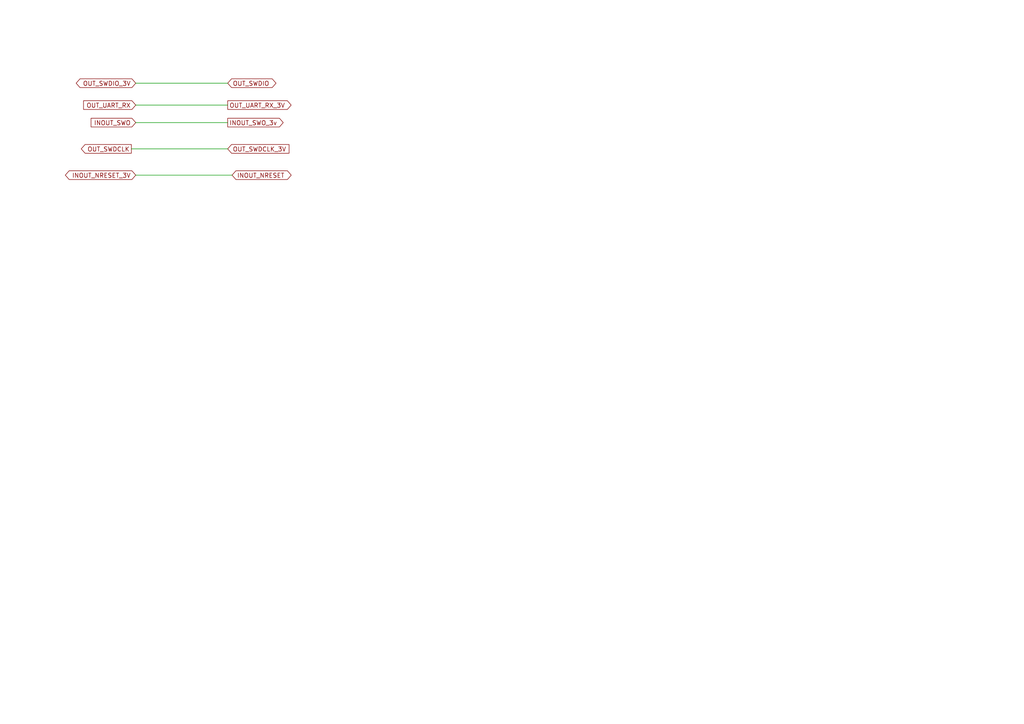
<source format=kicad_sch>
(kicad_sch
	(version 20231120)
	(generator "eeschema")
	(generator_version "8.0")
	(uuid "dc770d85-7d31-4557-a7d9-fde79ceecd68")
	(paper "A4")
	(title_block
		(title "Swindle CH32V303")
		(rev "H")
	)
	(lib_symbols)
	(wire
		(pts
			(xy 39.37 30.48) (xy 66.04 30.48)
		)
		(stroke
			(width 0)
			(type default)
		)
		(uuid "57ca1d26-c717-4b40-bdab-0811ef410817")
	)
	(wire
		(pts
			(xy 39.37 50.8) (xy 67.31 50.8)
		)
		(stroke
			(width 0)
			(type default)
		)
		(uuid "7a86763f-11cb-480f-8cf5-624bea3cdab1")
	)
	(wire
		(pts
			(xy 38.1 43.18) (xy 66.04 43.18)
		)
		(stroke
			(width 0)
			(type default)
		)
		(uuid "8d437970-43fb-4bd3-b5cd-3ed6a6636526")
	)
	(wire
		(pts
			(xy 39.37 35.56) (xy 66.04 35.56)
		)
		(stroke
			(width 0)
			(type default)
		)
		(uuid "e9c60ea3-dfdf-4594-9bed-b1a491a8c407")
	)
	(wire
		(pts
			(xy 39.37 24.13) (xy 66.04 24.13)
		)
		(stroke
			(width 0)
			(type default)
		)
		(uuid "eedbefc6-6d31-43de-b120-643869d14f9d")
	)
	(global_label "OUT_SWDCLK_3V"
		(shape input)
		(at 66.04 43.18 0)
		(fields_autoplaced yes)
		(effects
			(font
				(size 1.27 1.27)
			)
			(justify left)
		)
		(uuid "0e6a1a27-4fc5-46f1-aedb-1f82234d5c6d")
		(property "Intersheetrefs" "${INTERSHEET_REFS}"
			(at 84.3861 43.18 0)
			(effects
				(font
					(size 1.27 1.27)
				)
				(justify left)
				(hide yes)
			)
		)
	)
	(global_label "OUT_UART_RX_3V"
		(shape output)
		(at 66.04 30.48 0)
		(fields_autoplaced yes)
		(effects
			(font
				(size 1.27 1.27)
			)
			(justify left)
		)
		(uuid "11f7006e-06d7-4221-a316-69280026d099")
		(property "Intersheetrefs" "${INTERSHEET_REFS}"
			(at 84.9909 30.48 0)
			(effects
				(font
					(size 1.27 1.27)
				)
				(justify left)
				(hide yes)
			)
		)
	)
	(global_label "INOUT_NRESET"
		(shape bidirectional)
		(at 67.31 50.8 0)
		(fields_autoplaced yes)
		(effects
			(font
				(size 1.27 1.27)
			)
			(justify left)
		)
		(uuid "24193481-b262-4270-ac59-ed43229f6e10")
		(property "Intersheetrefs" "${INTERSHEET_REFS}"
			(at 83.3302 50.7206 0)
			(effects
				(font
					(size 1.27 1.27)
				)
				(justify left)
				(hide yes)
			)
		)
	)
	(global_label "OUT_UART_RX"
		(shape input)
		(at 39.37 30.48 180)
		(fields_autoplaced yes)
		(effects
			(font
				(size 1.27 1.27)
			)
			(justify right)
		)
		(uuid "2c1fb332-f7a3-412b-91b2-c8ca3e658e47")
		(property "Intersheetrefs" "${INTERSHEET_REFS}"
			(at 23.6848 30.48 0)
			(effects
				(font
					(size 1.27 1.27)
				)
				(justify right)
				(hide yes)
			)
		)
	)
	(global_label "INOUT_SWO"
		(shape input)
		(at 39.37 35.56 180)
		(fields_autoplaced yes)
		(effects
			(font
				(size 1.27 1.27)
			)
			(justify right)
		)
		(uuid "39c160d0-df06-4932-9c36-8b44c5a1ee02")
		(property "Intersheetrefs" "${INTERSHEET_REFS}"
			(at 25.8619 35.56 0)
			(effects
				(font
					(size 1.27 1.27)
				)
				(justify right)
				(hide yes)
			)
		)
	)
	(global_label "INOUT_NRESET_3V"
		(shape bidirectional)
		(at 39.37 50.8 180)
		(fields_autoplaced yes)
		(effects
			(font
				(size 1.27 1.27)
			)
			(justify right)
		)
		(uuid "6e252db0-784e-47c1-a655-fbced5409a17")
		(property "Intersheetrefs" "${INTERSHEET_REFS}"
			(at 18.4007 50.8 0)
			(effects
				(font
					(size 1.27 1.27)
				)
				(justify right)
				(hide yes)
			)
		)
	)
	(global_label "OUT_SWDIO_3V"
		(shape bidirectional)
		(at 39.37 24.13 180)
		(fields_autoplaced yes)
		(effects
			(font
				(size 1.27 1.27)
			)
			(justify right)
		)
		(uuid "81693336-72ab-4c3e-bf70-3df1419df273")
		(property "Intersheetrefs" "${INTERSHEET_REFS}"
			(at 21.5454 24.13 0)
			(effects
				(font
					(size 1.27 1.27)
				)
				(justify right)
				(hide yes)
			)
		)
	)
	(global_label "OUT_SWDIO"
		(shape bidirectional)
		(at 66.04 24.13 0)
		(fields_autoplaced yes)
		(effects
			(font
				(size 1.27 1.27)
			)
			(justify left)
		)
		(uuid "944fd483-ab10-421e-ab10-ad8c8a6e24d4")
		(property "Intersheetrefs" "${INTERSHEET_REFS}"
			(at 80.5989 24.13 0)
			(effects
				(font
					(size 1.27 1.27)
				)
				(justify left)
				(hide yes)
			)
		)
	)
	(global_label "INOUT_SWO_3v"
		(shape output)
		(at 66.04 35.56 0)
		(fields_autoplaced yes)
		(effects
			(font
				(size 1.27 1.27)
			)
			(justify left)
		)
		(uuid "9c309a36-56f2-4ea5-8e97-cd337839eb52")
		(property "Intersheetrefs" "${INTERSHEET_REFS}"
			(at 82.6928 35.56 0)
			(effects
				(font
					(size 1.27 1.27)
				)
				(justify left)
				(hide yes)
			)
		)
	)
	(global_label "OUT_SWDCLK"
		(shape output)
		(at 38.1 43.18 180)
		(fields_autoplaced yes)
		(effects
			(font
				(size 1.27 1.27)
			)
			(justify right)
		)
		(uuid "c4103d56-daa2-42bb-a2b8-5975ec79be32")
		(property "Intersheetrefs" "${INTERSHEET_REFS}"
			(at 23.0196 43.18 0)
			(effects
				(font
					(size 1.27 1.27)
				)
				(justify right)
				(hide yes)
			)
		)
	)
)

</source>
